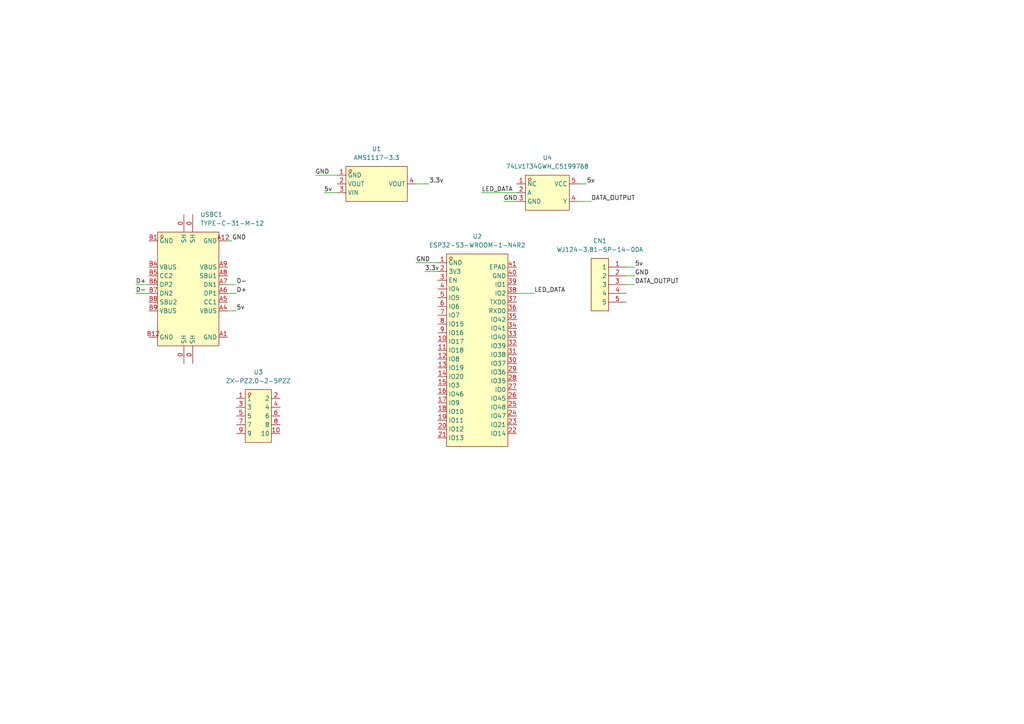
<source format=kicad_sch>
(kicad_sch (version 20231120) (generator "eeschema") (generator_version "8.0")
  (paper "A4")
  (lib_symbols
    (symbol "easyeda:74LV1T34GWH_C5199768"
      (property "Reference" "U" (at 0 7.62 0))
      (property "Value" "74LV1T34GWH_C5199768" (at 0 -7.62 0))
      (symbol "74LV1T34GWH_C5199768_0_1"
        (rectangle (start -7.62 5.08) (end 5.08 -5.08) (fill (type background)))
        (circle (center -6.35 3.81) (radius 0.38))
        (pin unspecified line (at -10.16 2.54 0) (length 2.54) (name "NC") (number "1"))
        (pin unspecified line (at -10.16 0 0) (length 2.54) (name "A") (number "2"))
        (pin unspecified line (at -10.16 -2.54 0) (length 2.54) (name "GND") (number "3"))
        (pin unspecified line (at 7.62 -2.54 180) (length 2.54) (name "Y") (number "4"))
        (pin unspecified line (at 7.62 2.54 180) (length 2.54) (name "VCC") (number "5"))
      )
    )
    (symbol "easyeda:AMS1117-3.3"
      (property "Reference" "U" (at 0 7.62 0))
      (property "Value" "AMS1117-3.3" (at 0 -7.62 0))
      (symbol "AMS1117-3.3_0_1"
        (rectangle (start -8.89 5.08) (end 8.89 -5.08) (fill (type background)))
        (circle (center -7.62 3.81) (radius 0.38))
        (pin unspecified line (at -11.43 2.54 0) (length 2.54) (name "GND") (number "1"))
        (pin unspecified line (at -11.43 0 0) (length 2.54) (name "VOUT") (number "2"))
        (pin unspecified line (at -11.43 -2.54 0) (length 2.54) (name "VIN") (number "3"))
        (pin unspecified line (at 11.43 0 180) (length 2.54) (name "VOUT") (number "4"))
      )
    )
    (symbol "easyeda:ESP32-S3-WROOM-1-N4R2"
      (property "Reference" "U" (at 0 30.48 0))
      (property "Value" "ESP32-S3-WROOM-1-N4R2" (at 0 -30.48 0))
      (symbol "ESP32-S3-WROOM-1-N4R2_0_1"
        (rectangle (start -8.89 27.94) (end 8.89 -27.94) (fill (type background)))
        (circle (center -7.62 26.67) (radius 0.38))
        (pin unspecified line (at -11.43 25.4 0) (length 2.54) (name "GND") (number "1"))
        (pin unspecified line (at -11.43 2.54 0) (length 2.54) (name "IO17") (number "10"))
        (pin unspecified line (at -11.43 0 0) (length 2.54) (name "IO18") (number "11"))
        (pin unspecified line (at -11.43 -2.54 0) (length 2.54) (name "IO8") (number "12"))
        (pin unspecified line (at -11.43 -5.08 0) (length 2.54) (name "IO19") (number "13"))
        (pin unspecified line (at -11.43 -7.62 0) (length 2.54) (name "IO20") (number "14"))
        (pin unspecified line (at -11.43 -10.16 0) (length 2.54) (name "IO3") (number "15"))
        (pin unspecified line (at -11.43 -12.7 0) (length 2.54) (name "IO46") (number "16"))
        (pin unspecified line (at -11.43 -15.24 0) (length 2.54) (name "IO9") (number "17"))
        (pin unspecified line (at -11.43 -17.78 0) (length 2.54) (name "IO10") (number "18"))
        (pin unspecified line (at -11.43 -20.32 0) (length 2.54) (name "IO11") (number "19"))
        (pin unspecified line (at -11.43 22.86 0) (length 2.54) (name "3V3") (number "2"))
        (pin unspecified line (at -11.43 -22.86 0) (length 2.54) (name "IO12") (number "20"))
        (pin unspecified line (at -11.43 -25.4 0) (length 2.54) (name "IO13") (number "21"))
        (pin unspecified line (at 11.43 -24.13 180) (length 2.54) (name "IO14") (number "22"))
        (pin unspecified line (at 11.43 -21.59 180) (length 2.54) (name "IO21") (number "23"))
        (pin unspecified line (at 11.43 -19.05 180) (length 2.54) (name "IO47") (number "24"))
        (pin unspecified line (at 11.43 -16.51 180) (length 2.54) (name "IO48") (number "25"))
        (pin unspecified line (at 11.43 -13.97 180) (length 2.54) (name "IO45") (number "26"))
        (pin unspecified line (at 11.43 -11.43 180) (length 2.54) (name "IO0") (number "27"))
        (pin unspecified line (at 11.43 -8.89 180) (length 2.54) (name "IO35") (number "28"))
        (pin unspecified line (at 11.43 -6.35 180) (length 2.54) (name "IO36") (number "29"))
        (pin unspecified line (at -11.43 20.32 0) (length 2.54) (name "EN") (number "3"))
        (pin unspecified line (at 11.43 -3.81 180) (length 2.54) (name "IO37") (number "30"))
        (pin unspecified line (at 11.43 -1.27 180) (length 2.54) (name "IO38") (number "31"))
        (pin unspecified line (at 11.43 1.27 180) (length 2.54) (name "IO39") (number "32"))
        (pin unspecified line (at 11.43 3.81 180) (length 2.54) (name "IO40") (number "33"))
        (pin unspecified line (at 11.43 6.35 180) (length 2.54) (name "IO41") (number "34"))
        (pin unspecified line (at 11.43 8.89 180) (length 2.54) (name "IO42") (number "35"))
        (pin unspecified line (at 11.43 11.43 180) (length 2.54) (name "RXD0") (number "36"))
        (pin unspecified line (at 11.43 13.97 180) (length 2.54) (name "TXD0") (number "37"))
        (pin unspecified line (at 11.43 16.51 180) (length 2.54) (name "IO2") (number "38"))
        (pin unspecified line (at 11.43 19.05 180) (length 2.54) (name "IO1") (number "39"))
        (pin unspecified line (at -11.43 17.78 0) (length 2.54) (name "IO4") (number "4"))
        (pin unspecified line (at 11.43 21.59 180) (length 2.54) (name "GND") (number "40"))
        (pin unspecified line (at 11.43 24.13 180) (length 2.54) (name "EPAD") (number "41"))
        (pin unspecified line (at -11.43 15.24 0) (length 2.54) (name "IO5") (number "5"))
        (pin unspecified line (at -11.43 12.7 0) (length 2.54) (name "IO6") (number "6"))
        (pin unspecified line (at -11.43 10.16 0) (length 2.54) (name "IO7") (number "7"))
        (pin unspecified line (at -11.43 7.62 0) (length 2.54) (name "IO15") (number "8"))
        (pin unspecified line (at -11.43 5.08 0) (length 2.54) (name "IO16") (number "9"))
      )
    )
    (symbol "easyeda:TYPE-C-31-M-12"
      (property "Reference" "USBC" (at 0 26.67 0))
      (property "Value" "TYPE-C-31-M-12" (at 0 -26.67 0))
      (symbol "TYPE-C-31-M-12_0_1"
        (rectangle (start -8.89 16.51) (end 8.89 -16.51) (fill (type background)))
        (circle (center -7.62 15.24) (radius 0.38))
        (pin unspecified line (at -1.27 -21.59 90) (length 5.08) (name "SH") (number "0"))
        (pin unspecified line (at -1.27 21.59 270) (length 5.08) (name "SH") (number "0"))
        (pin unspecified line (at 1.27 -21.59 90) (length 5.08) (name "SH") (number "0"))
        (pin unspecified line (at 1.27 21.59 270) (length 5.08) (name "SH") (number "0"))
        (pin unspecified line (at 11.43 -13.97 180) (length 2.54) (name "GND") (number "A1"))
        (pin unspecified line (at 11.43 13.97 180) (length 2.54) (name "GND") (number "A12"))
        (pin unspecified line (at 11.43 -6.35 180) (length 2.54) (name "VBUS") (number "A4"))
        (pin unspecified line (at 11.43 -3.81 180) (length 2.54) (name "CC1") (number "A5"))
        (pin unspecified line (at 11.43 -1.27 180) (length 2.54) (name "DP1") (number "A6"))
        (pin unspecified line (at 11.43 1.27 180) (length 2.54) (name "DN1") (number "A7"))
        (pin unspecified line (at 11.43 3.81 180) (length 2.54) (name "SBU1") (number "A8"))
        (pin unspecified line (at 11.43 6.35 180) (length 2.54) (name "VBUS") (number "A9"))
        (pin unspecified line (at -11.43 13.97 0) (length 2.54) (name "GND") (number "B1"))
        (pin unspecified line (at -11.43 -13.97 0) (length 2.54) (name "GND") (number "B12"))
        (pin unspecified line (at -11.43 6.35 0) (length 2.54) (name "VBUS") (number "B4"))
        (pin unspecified line (at -11.43 3.81 0) (length 2.54) (name "CC2") (number "B5"))
        (pin unspecified line (at -11.43 1.27 0) (length 2.54) (name "DP2") (number "B6"))
        (pin unspecified line (at -11.43 -1.27 0) (length 2.54) (name "DN2") (number "B7"))
        (pin unspecified line (at -11.43 -3.81 0) (length 2.54) (name "SBU2") (number "B8"))
        (pin unspecified line (at -11.43 -6.35 0) (length 2.54) (name "VBUS") (number "B9"))
      )
    )
    (symbol "easyeda:WJ124-3.81-5P-14-00A"
      (property "Reference" "CN" (at 0 10.16 0))
      (property "Value" "WJ124-3.81-5P-14-00A" (at 0 -10.16 0))
      (symbol "WJ124-3.81-5P-14-00A_0_1"
        (rectangle (start -5.08 7.62) (end 0 -7.62) (fill (type background)))
        (pin unspecified line (at 5.08 5.08 180) (length 5.08) (name "1") (number "1"))
        (pin unspecified line (at 5.08 2.54 180) (length 5.08) (name "2") (number "2"))
        (pin unspecified line (at 5.08 0 180) (length 5.08) (name "3") (number "3"))
        (pin unspecified line (at 5.08 -2.54 180) (length 5.08) (name "4") (number "4"))
        (pin unspecified line (at 5.08 -5.08 180) (length 5.08) (name "5") (number "5"))
      )
    )
    (symbol "easyeda:ZX-PZ2.0-2-5PZZ"
      (property "Reference" "U" (at 0 10.16 0))
      (property "Value" "ZX-PZ2.0-2-5PZZ" (at 0 -10.16 0))
      (symbol "ZX-PZ2.0-2-5PZZ_0_1"
        (rectangle (start -3.81 7.62) (end 3.81 -7.62) (fill (type background)))
        (circle (center -2.54 6.35) (radius 0.38))
        (pin unspecified line (at -6.35 5.08 0) (length 2.54) (name "1") (number "1"))
        (pin unspecified line (at 6.35 -5.08 180) (length 2.54) (name "10") (number "10"))
        (pin unspecified line (at 6.35 5.08 180) (length 2.54) (name "2") (number "2"))
        (pin unspecified line (at -6.35 2.54 0) (length 2.54) (name "3") (number "3"))
        (pin unspecified line (at 6.35 2.54 180) (length 2.54) (name "4") (number "4"))
        (pin unspecified line (at -6.35 0 0) (length 2.54) (name "5") (number "5"))
        (pin unspecified line (at 6.35 0 180) (length 2.54) (name "6") (number "6"))
        (pin unspecified line (at -6.35 -2.54 0) (length 2.54) (name "7") (number "7"))
        (pin unspecified line (at 6.35 -2.54 180) (length 2.54) (name "8") (number "8"))
        (pin unspecified line (at -6.35 -5.08 0) (length 2.54) (name "9") (number "9"))
      )
    )
  )
  (wire (pts (xy 167.64 53.34) (xy 170.18 53.34)))
  (wire (pts (xy 181.61 77.47) (xy 184.15 77.47)))
  (wire (pts (xy 149.86 85.09) (xy 154.94 85.09)))
  (wire (pts (xy 39.37 85.09) (xy 43.18 85.09)))
  (wire (pts (xy 146.05 58.42) (xy 149.86 58.42)))
  (wire (pts (xy 66.04 85.09) (xy 68.58 85.09)))
  (wire (pts (xy 91.44 50.8) (xy 97.79 50.8)))
  (wire (pts (xy 120.65 76.2) (xy 127 76.2)))
  (wire (pts (xy 39.37 82.55) (xy 43.18 82.55)))
  (wire (pts (xy 66.04 69.85) (xy 67.31 69.85)))
  (wire (pts (xy 123.19 78.74) (xy 127 78.74)))
  (wire (pts (xy 120.65 53.34) (xy 124.46 53.34)))
  (wire (pts (xy 181.61 82.55) (xy 184.15 82.55)))
  (wire (pts (xy 93.98 55.88) (xy 97.79 55.88)))
  (wire (pts (xy 66.04 82.55) (xy 68.58 82.55)))
  (wire (pts (xy 181.61 80.01) (xy 184.15 80.01)))
  (wire (pts (xy 167.64 58.42) (xy 171.45 58.42)))
  (wire (pts (xy 139.7 55.88) (xy 149.86 55.88)))
  (wire (pts (xy 66.04 90.17) (xy 68.58 90.17)))
  (label "LED_DATA" (at 139.7 55.88 0))
  (label "3.3v" (at 124.46 53.34 0))
  (label "D-" (at 39.37 85.09 0))
  (label "5v" (at 184.15 77.47 0))
  (label "D-" (at 68.58 82.55 0))
  (label "DATA_OUTPUT" (at 171.45 58.42 0))
  (label "GND" (at 91.44 50.8 0))
  (label "5v" (at 68.58 90.17 0))
  (label "LED_DATA" (at 154.94 85.09 0))
  (label "5v" (at 93.98 55.88 0))
  (label "D+" (at 39.37 82.55 0))
  (label "GND" (at 146.05 58.42 0))
  (label "3.3v" (at 123.19 78.74 0))
  (label "GND" (at 67.31 69.85 0))
  (label "GND" (at 184.15 80.01 0))
  (label "D+" (at 68.58 85.09 0))
  (label "GND" (at 120.65 76.2 0))
  (label "DATA_OUTPUT" (at 184.15 82.55 0))
  (label "5v" (at 170.18 53.34 0))
  (symbol (lib_id "easyeda:WJ124-3.81-5P-14-00A") (at 176.53 82.55 0) (unit 1)
    (property "Reference" "CN1" (at 173.99 69.85 0))
    (property "Value" "WJ124-3.81-5P-14-00A" (at 173.99 72.39 0))
    (property "Footprint" "cheap-wled-controller:CONN-TH_5P-P3.81_KF124-3.81-5P" (effects (hide yes)))
    (property "Datasheet" "https://lcsc.com/product-detail/Terminal-Blocks_WJ124-3-81-5P_C72336.html" (effects (hide yes)))
    (property "LCSC Part" "C72336" (effects (hide yes)))
  )
  (symbol (lib_id "easyeda:TYPE-C-31-M-12") (at 54.61 83.82 0) (unit 1)
    (property "Reference" "USBC1" (at 58.0741 62.23 0) (effects (justify left)))
    (property "Value" "TYPE-C-31-M-12" (at 58.0741 64.77 0) (effects (justify left)))
    (property "Footprint" "cheap-wled-controller:USB-C_SMD-TYPE-C-31-M-12" (effects (hide yes)))
    (property "Datasheet" "https://lcsc.com/product-detail/USB-Type-C_Korean-Hroparts-Elec-TYPE-C-31-M-12_C165948.html" (effects (hide yes)))
    (property "LCSC Part" "C165948" (effects (hide yes)))
  )
  (symbol (lib_id "easyeda:ZX-PZ2.0-2-5PZZ") (at 74.93 120.65 0) (unit 1)
    (property "Reference" "U3" (at 74.93 107.95 0))
    (property "Value" "ZX-PZ2.0-2-5PZZ" (at 74.93 110.49 0))
    (property "Footprint" "cheap-wled-controller:HDR-TH_10P-P2.00-V-M-R2-C5-S2.00" (effects (hide yes)))
    (property "LCSC Part" "C7501288" (effects (hide yes)))
  )
  (symbol (lib_id "easyeda:AMS1117-3.3") (at 109.22 53.34 0) (unit 1)
    (property "Reference" "U1" (at 109.22 43.18 0))
    (property "Value" "AMS1117-3.3" (at 109.22 45.72 0))
    (property "Footprint" "cheap-wled-controller:SOT-223-3_L6.5-W3.4-P2.30-LS7.0-BR" (effects (hide yes)))
    (property "Datasheet" "https://lcsc.com/product-detail/Low-Dropout-Regulators-LDO_AMS_AMS1117-3-3_AMS1117-3-3_C6186.html" (effects (hide yes)))
    (property "LCSC Part" "C6186" (effects (hide yes)))
  )
  (symbol (lib_id "easyeda:74LV1T34GWH_C5199768") (at 160.02 55.88 0) (unit 1)
    (property "Reference" "U4" (at 158.75 45.72 0))
    (property "Value" "74LV1T34GWH_C5199768" (at 158.75 48.26 0))
    (property "Footprint" "cheap-wled-controller:TSSOP-5_L2.0-W1.3-P0.65-LS2.1-BR" (effects (hide yes)))
    (property "LCSC Part" "C5199768" (effects (hide yes)))
  )
  (symbol (lib_id "easyeda:ESP32-S3-WROOM-1-N4R2") (at 138.43 101.6 0) (unit 1)
    (property "Reference" "U2" (at 138.43 68.58 0))
    (property "Value" "ESP32-S3-WROOM-1-N4R2" (at 138.43 71.12 0))
    (property "Footprint" "cheap-wled-controller:WIRELM-SMD_ESP32-S3-WROOM-1" (effects (hide yes)))
    (property "LCSC Part" "C2913203" (effects (hide yes)))
  )
)
</source>
